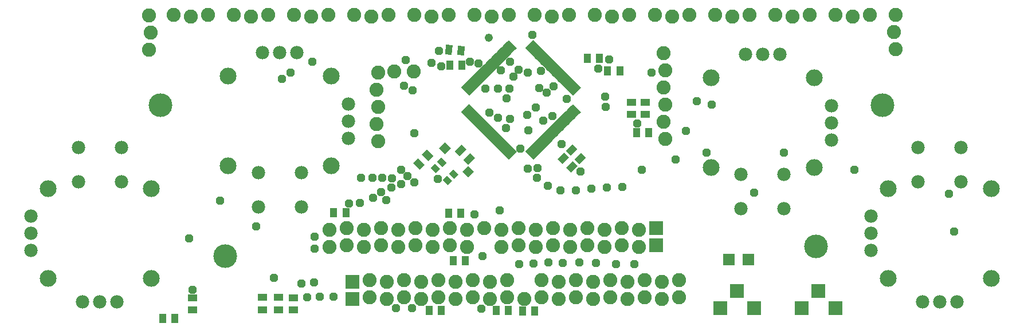
<source format=gts>
G75*
G70*
%OFA0B0*%
%FSLAX24Y24*%
%IPPOS*%
%LPD*%
%AMOC8*
5,1,8,0,0,1.08239X$1,22.5*
%
%ADD10R,0.0552X0.0395*%
%ADD11R,0.0395X0.0552*%
%ADD12R,0.0477X0.0477*%
%ADD13R,0.0356X0.0434*%
%ADD14C,0.0980*%
%ADD15C,0.0780*%
%ADD16R,0.0159X0.0671*%
%ADD17C,0.0820*%
%ADD18R,0.0674X0.0674*%
%ADD19R,0.0789X0.0789*%
%ADD20R,0.0820X0.0820*%
%ADD21C,0.1380*%
%ADD22C,0.0476*%
%ADD23OC8,0.0476*%
D10*
X016091Y008736D03*
X016091Y009444D03*
X020165Y009461D03*
X021070Y009457D03*
X021936Y009453D03*
X021936Y008744D03*
X021070Y008748D03*
X020165Y008752D03*
X041609Y020139D03*
X042417Y020142D03*
X042417Y020851D03*
X041609Y020848D03*
D11*
X014336Y008240D03*
X015045Y008240D03*
X024291Y014411D03*
X025000Y014411D03*
G36*
X028921Y017308D02*
X029200Y017587D01*
X029589Y017198D01*
X029310Y016919D01*
X028921Y017308D01*
G37*
G36*
X029422Y017809D02*
X029701Y018088D01*
X030090Y017699D01*
X029811Y017420D01*
X029422Y017809D01*
G37*
G36*
X031620Y017701D02*
X031341Y017980D01*
X031730Y018369D01*
X032009Y018090D01*
X031620Y017701D01*
G37*
G36*
X032121Y017200D02*
X031842Y017479D01*
X032231Y017868D01*
X032510Y017589D01*
X032121Y017200D01*
G37*
X031681Y014368D03*
X030972Y014368D03*
X031251Y011600D03*
X031960Y011600D03*
X030557Y008688D03*
X029849Y008688D03*
X033743Y008699D03*
X034451Y008699D03*
X035283Y008658D03*
X035991Y008658D03*
G36*
X038195Y017414D02*
X038474Y017135D01*
X038085Y016746D01*
X037806Y017025D01*
X038195Y017414D01*
G37*
G36*
X038572Y017228D02*
X038293Y017507D01*
X038682Y017896D01*
X038961Y017617D01*
X038572Y017228D01*
G37*
G36*
X037694Y017915D02*
X037973Y017636D01*
X037584Y017247D01*
X037305Y017526D01*
X037694Y017915D01*
G37*
G36*
X038071Y017730D02*
X037792Y018009D01*
X038181Y018398D01*
X038460Y018119D01*
X038071Y017730D01*
G37*
X041922Y019075D03*
X042631Y019075D03*
X040935Y022669D03*
X040227Y022669D03*
X039745Y023390D03*
X039036Y023390D03*
X031745Y022990D03*
X031036Y022990D03*
G36*
X031164Y023618D02*
X030772Y023653D01*
X030820Y024202D01*
X031212Y024167D01*
X031164Y023618D01*
G37*
G36*
X031870Y023557D02*
X031478Y023592D01*
X031526Y024141D01*
X031918Y024106D01*
X031870Y023557D01*
G37*
D12*
G36*
X030764Y017819D02*
X030428Y018155D01*
X030764Y018491D01*
X031100Y018155D01*
X030764Y017819D01*
G37*
G36*
X032123Y016461D02*
X031787Y016797D01*
X032123Y017133D01*
X032459Y016797D01*
X032123Y016461D01*
G37*
D13*
G36*
X030994Y016681D02*
X031246Y016933D01*
X031552Y016627D01*
X031300Y016375D01*
X030994Y016681D01*
G37*
G36*
X030633Y016319D02*
X030885Y016571D01*
X031191Y016265D01*
X030939Y016013D01*
X030633Y016319D01*
G37*
G36*
X029941Y017011D02*
X030193Y017263D01*
X030499Y016957D01*
X030247Y016705D01*
X029941Y017011D01*
G37*
G36*
X030303Y017372D02*
X030555Y017624D01*
X030861Y017318D01*
X030609Y017066D01*
X030303Y017372D01*
G37*
D14*
X024152Y017127D03*
X018152Y017127D03*
X013691Y015815D03*
X007691Y015815D03*
X007691Y010565D03*
X013691Y010565D03*
X018152Y022377D03*
X024152Y022377D03*
X046239Y022274D03*
X052239Y022274D03*
X052239Y017024D03*
X056545Y015815D03*
X062545Y015815D03*
X062545Y010565D03*
X056545Y010565D03*
X046239Y017024D03*
D15*
X047989Y016649D03*
X050489Y016649D03*
X050489Y014649D03*
X047989Y014649D03*
X053239Y018649D03*
X053239Y019649D03*
X053239Y020649D03*
X058295Y018190D03*
X060795Y018190D03*
X060795Y016190D03*
X058295Y016190D03*
X055545Y014190D03*
X055545Y013190D03*
X055545Y012190D03*
X058545Y009190D03*
X059545Y009190D03*
X060545Y009190D03*
X050239Y023649D03*
X049239Y023649D03*
X048239Y023649D03*
X025152Y020752D03*
X025152Y019752D03*
X025152Y018752D03*
X022402Y016752D03*
X019902Y016752D03*
X019902Y014752D03*
X022402Y014752D03*
X011941Y016190D03*
X009441Y016190D03*
X009441Y018190D03*
X011941Y018190D03*
X006691Y014190D03*
X006691Y013190D03*
X006691Y012190D03*
X009691Y009190D03*
X010691Y009190D03*
X011691Y009190D03*
X020152Y023752D03*
X021152Y023752D03*
X022152Y023752D03*
D16*
G36*
X031697Y021700D02*
X031808Y021811D01*
X032281Y021338D01*
X032170Y021227D01*
X031697Y021700D01*
G37*
G36*
X031808Y021811D02*
X031919Y021922D01*
X032392Y021449D01*
X032281Y021338D01*
X031808Y021811D01*
G37*
G36*
X031920Y021923D02*
X032031Y022034D01*
X032504Y021561D01*
X032393Y021450D01*
X031920Y021923D01*
G37*
G36*
X032031Y022034D02*
X032142Y022145D01*
X032615Y021672D01*
X032504Y021561D01*
X032031Y022034D01*
G37*
G36*
X032142Y022145D02*
X032253Y022256D01*
X032726Y021783D01*
X032615Y021672D01*
X032142Y022145D01*
G37*
G36*
X032254Y022257D02*
X032365Y022368D01*
X032838Y021895D01*
X032727Y021784D01*
X032254Y022257D01*
G37*
G36*
X032365Y022368D02*
X032476Y022479D01*
X032949Y022006D01*
X032838Y021895D01*
X032365Y022368D01*
G37*
G36*
X032477Y022480D02*
X032588Y022591D01*
X033061Y022118D01*
X032950Y022007D01*
X032477Y022480D01*
G37*
G36*
X032588Y022591D02*
X032699Y022702D01*
X033172Y022229D01*
X033061Y022118D01*
X032588Y022591D01*
G37*
G36*
X032699Y022702D02*
X032810Y022813D01*
X033283Y022340D01*
X033172Y022229D01*
X032699Y022702D01*
G37*
G36*
X032811Y022814D02*
X032922Y022925D01*
X033395Y022452D01*
X033284Y022341D01*
X032811Y022814D01*
G37*
G36*
X032922Y022925D02*
X033033Y023036D01*
X033506Y022563D01*
X033395Y022452D01*
X032922Y022925D01*
G37*
G36*
X033033Y023036D02*
X033144Y023147D01*
X033617Y022674D01*
X033506Y022563D01*
X033033Y023036D01*
G37*
G36*
X033145Y023148D02*
X033256Y023259D01*
X033729Y022786D01*
X033618Y022675D01*
X033145Y023148D01*
G37*
G36*
X033256Y023259D02*
X033367Y023370D01*
X033840Y022897D01*
X033729Y022786D01*
X033256Y023259D01*
G37*
G36*
X033367Y023370D02*
X033478Y023481D01*
X033951Y023008D01*
X033840Y022897D01*
X033367Y023370D01*
G37*
G36*
X033479Y023482D02*
X033590Y023593D01*
X034063Y023120D01*
X033952Y023009D01*
X033479Y023482D01*
G37*
G36*
X033590Y023593D02*
X033701Y023704D01*
X034174Y023231D01*
X034063Y023120D01*
X033590Y023593D01*
G37*
G36*
X033701Y023704D02*
X033812Y023815D01*
X034285Y023342D01*
X034174Y023231D01*
X033701Y023704D01*
G37*
G36*
X033813Y023816D02*
X033924Y023927D01*
X034397Y023454D01*
X034286Y023343D01*
X033813Y023816D01*
G37*
G36*
X033924Y023927D02*
X034035Y024038D01*
X034508Y023565D01*
X034397Y023454D01*
X033924Y023927D01*
G37*
G36*
X034036Y024038D02*
X034147Y024149D01*
X034620Y023676D01*
X034509Y023565D01*
X034036Y024038D01*
G37*
G36*
X034147Y024150D02*
X034258Y024261D01*
X034731Y023788D01*
X034620Y023677D01*
X034147Y024150D01*
G37*
G36*
X034258Y024261D02*
X034369Y024372D01*
X034842Y023899D01*
X034731Y023788D01*
X034258Y024261D01*
G37*
G36*
X034370Y024373D02*
X034481Y024484D01*
X034954Y024011D01*
X034843Y023900D01*
X034370Y024373D01*
G37*
G36*
X035538Y023900D02*
X035427Y024011D01*
X035900Y024484D01*
X036011Y024373D01*
X035538Y023900D01*
G37*
G36*
X035650Y023788D02*
X035539Y023899D01*
X036012Y024372D01*
X036123Y024261D01*
X035650Y023788D01*
G37*
G36*
X035761Y023677D02*
X035650Y023788D01*
X036123Y024261D01*
X036234Y024150D01*
X035761Y023677D01*
G37*
G36*
X035873Y023565D02*
X035762Y023676D01*
X036235Y024149D01*
X036346Y024038D01*
X035873Y023565D01*
G37*
G36*
X035984Y023454D02*
X035873Y023565D01*
X036346Y024038D01*
X036457Y023927D01*
X035984Y023454D01*
G37*
G36*
X036095Y023343D02*
X035984Y023454D01*
X036457Y023927D01*
X036568Y023816D01*
X036095Y023343D01*
G37*
G36*
X036207Y023231D02*
X036096Y023342D01*
X036569Y023815D01*
X036680Y023704D01*
X036207Y023231D01*
G37*
G36*
X036318Y023120D02*
X036207Y023231D01*
X036680Y023704D01*
X036791Y023593D01*
X036318Y023120D01*
G37*
G36*
X036429Y023009D02*
X036318Y023120D01*
X036791Y023593D01*
X036902Y023482D01*
X036429Y023009D01*
G37*
G36*
X036541Y022897D02*
X036430Y023008D01*
X036903Y023481D01*
X037014Y023370D01*
X036541Y022897D01*
G37*
G36*
X036652Y022786D02*
X036541Y022897D01*
X037014Y023370D01*
X037125Y023259D01*
X036652Y022786D01*
G37*
G36*
X036763Y022675D02*
X036652Y022786D01*
X037125Y023259D01*
X037236Y023148D01*
X036763Y022675D01*
G37*
G36*
X036875Y022563D02*
X036764Y022674D01*
X037237Y023147D01*
X037348Y023036D01*
X036875Y022563D01*
G37*
G36*
X036986Y022452D02*
X036875Y022563D01*
X037348Y023036D01*
X037459Y022925D01*
X036986Y022452D01*
G37*
G36*
X037097Y022341D02*
X036986Y022452D01*
X037459Y022925D01*
X037570Y022814D01*
X037097Y022341D01*
G37*
G36*
X037209Y022229D02*
X037098Y022340D01*
X037571Y022813D01*
X037682Y022702D01*
X037209Y022229D01*
G37*
G36*
X037320Y022118D02*
X037209Y022229D01*
X037682Y022702D01*
X037793Y022591D01*
X037320Y022118D01*
G37*
G36*
X037432Y022007D02*
X037321Y022118D01*
X037794Y022591D01*
X037905Y022480D01*
X037432Y022007D01*
G37*
G36*
X037543Y021895D02*
X037432Y022006D01*
X037905Y022479D01*
X038016Y022368D01*
X037543Y021895D01*
G37*
G36*
X037654Y021784D02*
X037543Y021895D01*
X038016Y022368D01*
X038127Y022257D01*
X037654Y021784D01*
G37*
G36*
X037766Y021672D02*
X037655Y021783D01*
X038128Y022256D01*
X038239Y022145D01*
X037766Y021672D01*
G37*
G36*
X037877Y021561D02*
X037766Y021672D01*
X038239Y022145D01*
X038350Y022034D01*
X037877Y021561D01*
G37*
G36*
X037988Y021450D02*
X037877Y021561D01*
X038350Y022034D01*
X038461Y021923D01*
X037988Y021450D01*
G37*
G36*
X038100Y021338D02*
X037989Y021449D01*
X038462Y021922D01*
X038573Y021811D01*
X038100Y021338D01*
G37*
G36*
X038211Y021227D02*
X038100Y021338D01*
X038573Y021811D01*
X038684Y021700D01*
X038211Y021227D01*
G37*
G36*
X038100Y020642D02*
X038211Y020753D01*
X038684Y020280D01*
X038573Y020169D01*
X038100Y020642D01*
G37*
G36*
X037989Y020531D02*
X038100Y020642D01*
X038573Y020169D01*
X038462Y020058D01*
X037989Y020531D01*
G37*
G36*
X037877Y020419D02*
X037988Y020530D01*
X038461Y020057D01*
X038350Y019946D01*
X037877Y020419D01*
G37*
G36*
X037766Y020308D02*
X037877Y020419D01*
X038350Y019946D01*
X038239Y019835D01*
X037766Y020308D01*
G37*
G36*
X037655Y020197D02*
X037766Y020308D01*
X038239Y019835D01*
X038128Y019724D01*
X037655Y020197D01*
G37*
G36*
X037543Y020085D02*
X037654Y020196D01*
X038127Y019723D01*
X038016Y019612D01*
X037543Y020085D01*
G37*
G36*
X037432Y019974D02*
X037543Y020085D01*
X038016Y019612D01*
X037905Y019501D01*
X037432Y019974D01*
G37*
G36*
X037321Y019863D02*
X037432Y019974D01*
X037905Y019501D01*
X037794Y019390D01*
X037321Y019863D01*
G37*
G36*
X037209Y019751D02*
X037320Y019862D01*
X037793Y019389D01*
X037682Y019278D01*
X037209Y019751D01*
G37*
G36*
X037098Y019640D02*
X037209Y019751D01*
X037682Y019278D01*
X037571Y019167D01*
X037098Y019640D01*
G37*
G36*
X036986Y019529D02*
X037097Y019640D01*
X037570Y019167D01*
X037459Y019056D01*
X036986Y019529D01*
G37*
G36*
X036875Y019417D02*
X036986Y019528D01*
X037459Y019055D01*
X037348Y018944D01*
X036875Y019417D01*
G37*
G36*
X036764Y019306D02*
X036875Y019417D01*
X037348Y018944D01*
X037237Y018833D01*
X036764Y019306D01*
G37*
G36*
X036652Y019195D02*
X036763Y019306D01*
X037236Y018833D01*
X037125Y018722D01*
X036652Y019195D01*
G37*
G36*
X036541Y019083D02*
X036652Y019194D01*
X037125Y018721D01*
X037014Y018610D01*
X036541Y019083D01*
G37*
G36*
X036430Y018972D02*
X036541Y019083D01*
X037014Y018610D01*
X036903Y018499D01*
X036430Y018972D01*
G37*
G36*
X036318Y018860D02*
X036429Y018971D01*
X036902Y018498D01*
X036791Y018387D01*
X036318Y018860D01*
G37*
G36*
X036207Y018749D02*
X036318Y018860D01*
X036791Y018387D01*
X036680Y018276D01*
X036207Y018749D01*
G37*
G36*
X036096Y018638D02*
X036207Y018749D01*
X036680Y018276D01*
X036569Y018165D01*
X036096Y018638D01*
G37*
G36*
X035984Y018526D02*
X036095Y018637D01*
X036568Y018164D01*
X036457Y018053D01*
X035984Y018526D01*
G37*
G36*
X035873Y018415D02*
X035984Y018526D01*
X036457Y018053D01*
X036346Y017942D01*
X035873Y018415D01*
G37*
G36*
X035762Y018304D02*
X035873Y018415D01*
X036346Y017942D01*
X036235Y017831D01*
X035762Y018304D01*
G37*
G36*
X035650Y018192D02*
X035761Y018303D01*
X036234Y017830D01*
X036123Y017719D01*
X035650Y018192D01*
G37*
G36*
X035539Y018081D02*
X035650Y018192D01*
X036123Y017719D01*
X036012Y017608D01*
X035539Y018081D01*
G37*
G36*
X035427Y017970D02*
X035538Y018081D01*
X036011Y017608D01*
X035900Y017497D01*
X035427Y017970D01*
G37*
G36*
X034481Y017497D02*
X034370Y017608D01*
X034843Y018081D01*
X034954Y017970D01*
X034481Y017497D01*
G37*
G36*
X034369Y017608D02*
X034258Y017719D01*
X034731Y018192D01*
X034842Y018081D01*
X034369Y017608D01*
G37*
G36*
X034258Y017719D02*
X034147Y017830D01*
X034620Y018303D01*
X034731Y018192D01*
X034258Y017719D01*
G37*
G36*
X034147Y017831D02*
X034036Y017942D01*
X034509Y018415D01*
X034620Y018304D01*
X034147Y017831D01*
G37*
G36*
X034035Y017942D02*
X033924Y018053D01*
X034397Y018526D01*
X034508Y018415D01*
X034035Y017942D01*
G37*
G36*
X033924Y018053D02*
X033813Y018164D01*
X034286Y018637D01*
X034397Y018526D01*
X033924Y018053D01*
G37*
G36*
X033812Y018165D02*
X033701Y018276D01*
X034174Y018749D01*
X034285Y018638D01*
X033812Y018165D01*
G37*
G36*
X033701Y018276D02*
X033590Y018387D01*
X034063Y018860D01*
X034174Y018749D01*
X033701Y018276D01*
G37*
G36*
X033590Y018387D02*
X033479Y018498D01*
X033952Y018971D01*
X034063Y018860D01*
X033590Y018387D01*
G37*
G36*
X033478Y018499D02*
X033367Y018610D01*
X033840Y019083D01*
X033951Y018972D01*
X033478Y018499D01*
G37*
G36*
X033367Y018610D02*
X033256Y018721D01*
X033729Y019194D01*
X033840Y019083D01*
X033367Y018610D01*
G37*
G36*
X033256Y018722D02*
X033145Y018833D01*
X033618Y019306D01*
X033729Y019195D01*
X033256Y018722D01*
G37*
G36*
X033144Y018833D02*
X033033Y018944D01*
X033506Y019417D01*
X033617Y019306D01*
X033144Y018833D01*
G37*
G36*
X033033Y018944D02*
X032922Y019055D01*
X033395Y019528D01*
X033506Y019417D01*
X033033Y018944D01*
G37*
G36*
X032922Y019056D02*
X032811Y019167D01*
X033284Y019640D01*
X033395Y019529D01*
X032922Y019056D01*
G37*
G36*
X032810Y019167D02*
X032699Y019278D01*
X033172Y019751D01*
X033283Y019640D01*
X032810Y019167D01*
G37*
G36*
X032699Y019278D02*
X032588Y019389D01*
X033061Y019862D01*
X033172Y019751D01*
X032699Y019278D01*
G37*
G36*
X032588Y019390D02*
X032477Y019501D01*
X032950Y019974D01*
X033061Y019863D01*
X032588Y019390D01*
G37*
G36*
X032476Y019501D02*
X032365Y019612D01*
X032838Y020085D01*
X032949Y019974D01*
X032476Y019501D01*
G37*
G36*
X032365Y019612D02*
X032254Y019723D01*
X032727Y020196D01*
X032838Y020085D01*
X032365Y019612D01*
G37*
G36*
X032253Y019724D02*
X032142Y019835D01*
X032615Y020308D01*
X032726Y020197D01*
X032253Y019724D01*
G37*
G36*
X032142Y019835D02*
X032031Y019946D01*
X032504Y020419D01*
X032615Y020308D01*
X032142Y019835D01*
G37*
G36*
X032031Y019946D02*
X031920Y020057D01*
X032393Y020530D01*
X032504Y020419D01*
X032031Y019946D01*
G37*
G36*
X031919Y020058D02*
X031808Y020169D01*
X032281Y020642D01*
X032392Y020531D01*
X031919Y020058D01*
G37*
G36*
X031808Y020169D02*
X031697Y020280D01*
X032170Y020753D01*
X032281Y020642D01*
X031808Y020169D01*
G37*
D17*
X028961Y022640D03*
X027821Y022640D03*
X026899Y022574D03*
X026799Y021574D03*
X026899Y020574D03*
X026799Y019574D03*
X026899Y018574D03*
X027039Y013490D03*
X028039Y013390D03*
X029039Y013490D03*
X030039Y013390D03*
X031039Y013490D03*
X032039Y013390D03*
X033039Y013490D03*
X034039Y013390D03*
X035039Y013490D03*
X036039Y013390D03*
X037039Y013490D03*
X038039Y013390D03*
X039039Y013490D03*
X040039Y013390D03*
X041039Y013490D03*
X042039Y013390D03*
X042039Y012390D03*
X041039Y012490D03*
X040039Y012390D03*
X039039Y012490D03*
X038039Y012390D03*
X037039Y012490D03*
X036039Y012390D03*
X035039Y012490D03*
X034039Y012390D03*
X032039Y012390D03*
X031039Y012490D03*
X030039Y012390D03*
X029039Y012490D03*
X028039Y012390D03*
X027039Y012490D03*
X026039Y012390D03*
X025039Y012490D03*
X024039Y012390D03*
X024039Y013390D03*
X025039Y013490D03*
X026039Y013390D03*
X026377Y010480D03*
X027377Y010380D03*
X028377Y010480D03*
X029377Y010380D03*
X030377Y010480D03*
X031377Y010380D03*
X032377Y010480D03*
X033377Y010380D03*
X034377Y010480D03*
X034377Y009480D03*
X035377Y009380D03*
X036377Y009480D03*
X037377Y009380D03*
X038377Y009480D03*
X039377Y009380D03*
X040377Y009480D03*
X041377Y009380D03*
X042377Y009480D03*
X043377Y009380D03*
X044377Y009480D03*
X044377Y010480D03*
X043377Y010380D03*
X042377Y010480D03*
X041377Y010380D03*
X040377Y010480D03*
X039377Y010380D03*
X038377Y010480D03*
X037377Y010380D03*
X036377Y010480D03*
X033377Y009380D03*
X032377Y009480D03*
X031377Y009380D03*
X030377Y009480D03*
X029377Y009380D03*
X028377Y009480D03*
X027377Y009380D03*
X026377Y009480D03*
X043590Y018694D03*
X043490Y019694D03*
X043590Y020694D03*
X043490Y021694D03*
X043590Y022694D03*
X043490Y023694D03*
X043991Y025840D03*
X042991Y025940D03*
X041491Y025940D03*
X040491Y025840D03*
X039491Y025940D03*
X037991Y025940D03*
X036991Y025840D03*
X035991Y025940D03*
X034491Y025940D03*
X033491Y025840D03*
X032491Y025940D03*
X030991Y025940D03*
X029991Y025840D03*
X028991Y025940D03*
X027491Y025940D03*
X026491Y025840D03*
X025491Y025940D03*
X023991Y025940D03*
X022991Y025840D03*
X021991Y025940D03*
X020491Y025940D03*
X019491Y025840D03*
X018491Y025940D03*
X016991Y025940D03*
X015991Y025840D03*
X014991Y025940D03*
X013555Y025911D03*
X013655Y024911D03*
X013555Y023911D03*
X044991Y025940D03*
X046491Y025940D03*
X047491Y025840D03*
X048491Y025940D03*
X049991Y025940D03*
X050991Y025840D03*
X051991Y025940D03*
X053491Y025940D03*
X054491Y025840D03*
X055491Y025940D03*
X056984Y025929D03*
X056884Y024929D03*
X056984Y023929D03*
D18*
X048403Y011686D03*
X047285Y011686D03*
D19*
X047754Y009826D03*
X048738Y008841D03*
X046769Y008841D03*
X051512Y008841D03*
X053480Y008841D03*
X052496Y009826D03*
D20*
X043039Y012490D03*
X043039Y013490D03*
X025377Y010380D03*
X025377Y009380D03*
D21*
X017986Y011863D03*
X014203Y020673D03*
X052356Y012454D03*
X056213Y020670D03*
D22*
X033320Y024588D03*
D23*
X032721Y023120D03*
X032201Y023210D03*
X034009Y022691D03*
X034754Y022328D03*
X035041Y022740D03*
X035586Y022564D03*
X036343Y022656D03*
X037080Y021785D03*
X036691Y021390D03*
X036240Y021672D03*
X037842Y021038D03*
X037009Y020025D03*
X036478Y019785D03*
X035545Y020092D03*
X036053Y020521D03*
X034557Y019855D03*
X034306Y019347D03*
X033852Y019934D03*
X033336Y020249D03*
X034341Y021070D03*
X034521Y021630D03*
X033841Y021650D03*
X033117Y021647D03*
X030551Y022952D03*
X029981Y023130D03*
X030427Y023826D03*
X028478Y023293D03*
X028391Y021810D03*
X028881Y021550D03*
X028997Y019045D03*
X028211Y016919D03*
X028586Y016540D03*
X028980Y016175D03*
X028217Y016084D03*
X027664Y015882D03*
X027050Y015610D03*
X026580Y015285D03*
X027347Y015145D03*
X025826Y014977D03*
X025170Y014944D03*
X025884Y016433D03*
X026533Y016442D03*
X027102Y016433D03*
X027671Y016412D03*
X030336Y016369D03*
X032491Y014290D03*
X033961Y014530D03*
X036741Y015980D03*
X036121Y016430D03*
X036141Y017020D03*
X035591Y016970D03*
X035136Y018142D03*
X035620Y019206D03*
X037551Y018410D03*
X038648Y016789D03*
X038391Y015690D03*
X037491Y015690D03*
X039291Y015790D03*
X040191Y015860D03*
X041091Y015890D03*
X042201Y016920D03*
X044191Y017490D03*
X045991Y017890D03*
X044797Y019186D03*
X041939Y019611D03*
X040131Y020580D03*
X040081Y021180D03*
X042789Y022572D03*
X040330Y023340D03*
X039697Y022790D03*
X035860Y024777D03*
X034542Y023203D03*
X045427Y020918D03*
X046291Y020690D03*
X050491Y017890D03*
X054591Y016890D03*
X060091Y015490D03*
X060391Y013290D03*
X048741Y015580D03*
X041791Y011410D03*
X040721Y011400D03*
X039551Y011480D03*
X038591Y011490D03*
X037611Y011460D03*
X036791Y011490D03*
X035921Y011430D03*
X035091Y011410D03*
X032941Y011860D03*
X028852Y008832D03*
X027907Y008832D03*
X024291Y009490D03*
X023498Y009501D03*
X022734Y009458D03*
X022423Y010265D03*
X023143Y010328D03*
X020820Y010603D03*
X023191Y012290D03*
X023191Y012990D03*
X019791Y013590D03*
X017691Y015090D03*
X015891Y012890D03*
X016091Y009890D03*
X032891Y008790D03*
X021291Y022190D03*
X021769Y022566D03*
X023035Y023201D03*
M02*

</source>
